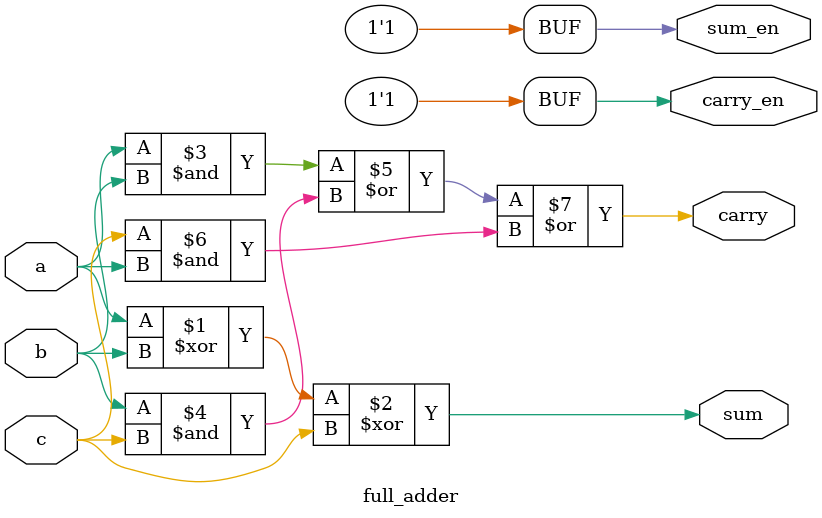
<source format=v>
(* top *)
module full_adder(
    (* iopad_external_pin *) input  a,
    (* iopad_external_pin *) input  b,
    (* iopad_external_pin *) input  c,
    (* iopad_external_pin *) output sum,
    (* iopad_external_pin *) output sum_en,
    (* iopad_external_pin *) output carry,
    (* iopad_external_pin *) output carry_en
);

assign sum_en   = 1'b1;
assign carry_en = 1'b1;

assign sum   = a ^ b ^ c;
assign carry = (a & b) | (b & c) | (c & a);

endmodule

</source>
